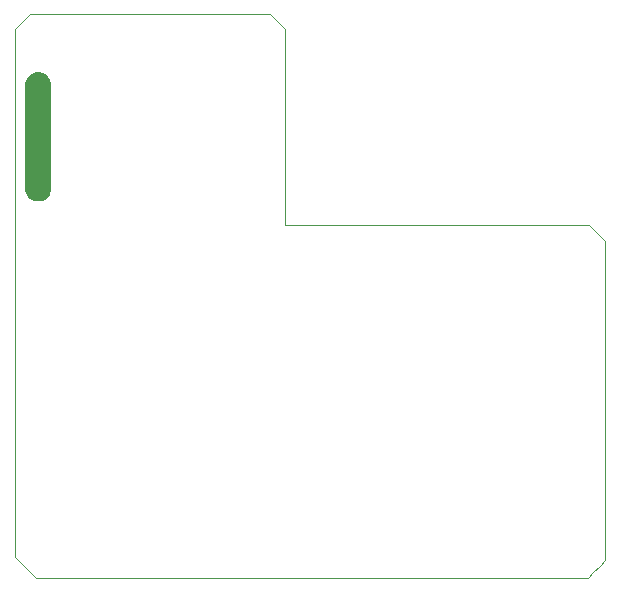
<source format=gbr>
%TF.GenerationSoftware,Altium Limited,Altium Designer,24.1.2 (44)*%
G04 Layer_Color=0*
%FSLAX45Y45*%
%MOMM*%
%TF.SameCoordinates,21A1AB76-749C-4ABA-85A5-5522D30AEDF9*%
%TF.FilePolarity,Positive*%
%TF.FileFunction,Profile,NP*%
%TF.Part,Single*%
G01*
G75*
%TA.AperFunction,Profile*%
%ADD72C,0.02540*%
G36*
X2641600Y5826100D02*
Y6718300D01*
Y6728149D01*
X2645443Y6747469D01*
X2652981Y6765668D01*
X2663925Y6782046D01*
X2677854Y6795975D01*
X2694232Y6806919D01*
X2712431Y6814457D01*
X2731751Y6818300D01*
X2741600D01*
D01*
X2757500D01*
X2767349D01*
X2786669Y6814457D01*
X2804868Y6806919D01*
X2821246Y6795975D01*
X2835175Y6782046D01*
X2846119Y6765668D01*
X2853657Y6747469D01*
X2857500Y6728149D01*
Y6718300D01*
D01*
Y5826100D01*
Y5816251D01*
X2853657Y5796931D01*
X2846119Y5778732D01*
X2835175Y5762354D01*
X2821246Y5748425D01*
X2804868Y5737481D01*
X2786669Y5729943D01*
X2767349Y5726100D01*
X2757500D01*
D01*
X2741600D01*
X2731751D01*
X2712431Y5729943D01*
X2694232Y5737481D01*
X2677854Y5748425D01*
X2663925Y5762354D01*
X2652981Y5778732D01*
X2645443Y5796931D01*
X2641600Y5816251D01*
Y5826100D01*
D01*
D02*
G37*
D72*
X2552700Y2717800D02*
Y7188200D01*
X2679700Y7315200D01*
X4711700D01*
X4841862Y7185038D01*
Y5527300D01*
X7414000D01*
X7552700Y5388600D01*
Y2688600D01*
X7506025Y2641925D01*
X7450775Y2586675D01*
X7404100Y2540000D01*
X2730500D01*
X2552700Y2717800D01*
%TF.MD5,b73062341b773f975ddc937ddbc8381f*%
M02*

</source>
